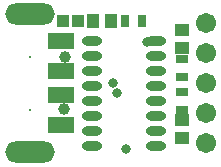
<source format=gts>
G04*
G04 #@! TF.GenerationSoftware,Altium Limited,Altium Designer,20.0.13 (296)*
G04*
G04 Layer_Color=8388736*
%FSLAX44Y44*%
%MOMM*%
G71*
G01*
G75*
%ADD24O,1.7032X0.8032*%
%ADD25R,2.2032X1.4032*%
%ADD26R,1.0032X1.1032*%
%ADD27R,0.9832X1.1832*%
%ADD28R,0.8032X1.1032*%
%ADD29R,1.1832X0.9832*%
%ADD30R,1.1032X0.8032*%
%ADD31C,1.7032*%
%ADD32O,4.2032X1.8032*%
%ADD33C,0.2032*%
%ADD34C,1.0032*%
%ADD35C,0.8032*%
D24*
X1061720Y614680D02*
D03*
Y627380D02*
D03*
Y640080D02*
D03*
Y652780D02*
D03*
Y665480D02*
D03*
Y678180D02*
D03*
Y690880D02*
D03*
Y703580D02*
D03*
X1007720Y614680D02*
D03*
Y627380D02*
D03*
Y640080D02*
D03*
Y652780D02*
D03*
Y665480D02*
D03*
Y678180D02*
D03*
Y690880D02*
D03*
Y703580D02*
D03*
D25*
X981040Y632060D02*
D03*
Y657460D02*
D03*
Y677860D02*
D03*
Y703260D02*
D03*
D26*
X995830Y720092D02*
D03*
X982830D02*
D03*
D27*
X1023480Y720090D02*
D03*
X1008380D02*
D03*
D28*
X1050169Y720088D02*
D03*
X1035170D02*
D03*
D29*
X1083310Y636270D02*
D03*
Y621170D02*
D03*
Y697370D02*
D03*
Y712470D02*
D03*
D30*
X1083308Y673221D02*
D03*
Y688220D02*
D03*
X1083312Y660279D02*
D03*
Y645280D02*
D03*
D31*
X1103630Y693420D02*
D03*
Y642620D02*
D03*
Y617220D02*
D03*
Y668020D02*
D03*
Y718820D02*
D03*
D32*
X955040Y609160D02*
D03*
Y726160D02*
D03*
D33*
Y645160D02*
D03*
Y690160D02*
D03*
D34*
X984150Y645620D02*
D03*
X984220Y689610D02*
D03*
D35*
X1036180Y612140D02*
D03*
X1054043Y702408D02*
D03*
X1025242Y667603D02*
D03*
X1029004Y659563D02*
D03*
M02*

</source>
